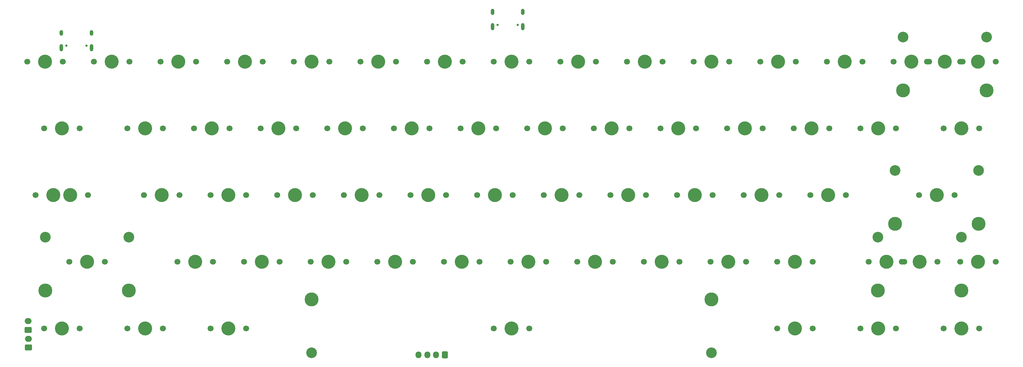
<source format=gbr>
%TF.GenerationSoftware,KiCad,Pcbnew,8.99.0-2230-g1cc11bc589*%
%TF.CreationDate,2024-09-07T16:13:30+07:00*%
%TF.ProjectId,Azimuth_PCB,417a696d-7574-4685-9f50-43422e6b6963,rev?*%
%TF.SameCoordinates,Original*%
%TF.FileFunction,Soldermask,Top*%
%TF.FilePolarity,Negative*%
%FSLAX46Y46*%
G04 Gerber Fmt 4.6, Leading zero omitted, Abs format (unit mm)*
G04 Created by KiCad (PCBNEW 8.99.0-2230-g1cc11bc589) date 2024-09-07 16:13:30*
%MOMM*%
%LPD*%
G01*
G04 APERTURE LIST*
G04 Aperture macros list*
%AMRoundRect*
0 Rectangle with rounded corners*
0 $1 Rounding radius*
0 $2 $3 $4 $5 $6 $7 $8 $9 X,Y pos of 4 corners*
0 Add a 4 corners polygon primitive as box body*
4,1,4,$2,$3,$4,$5,$6,$7,$8,$9,$2,$3,0*
0 Add four circle primitives for the rounded corners*
1,1,$1+$1,$2,$3*
1,1,$1+$1,$4,$5*
1,1,$1+$1,$6,$7*
1,1,$1+$1,$8,$9*
0 Add four rect primitives between the rounded corners*
20,1,$1+$1,$2,$3,$4,$5,0*
20,1,$1+$1,$4,$5,$6,$7,0*
20,1,$1+$1,$6,$7,$8,$9,0*
20,1,$1+$1,$8,$9,$2,$3,0*%
G04 Aperture macros list end*
%ADD10C,1.700000*%
%ADD11C,4.000000*%
%ADD12RoundRect,0.250000X0.750000X-0.600000X0.750000X0.600000X-0.750000X0.600000X-0.750000X-0.600000X0*%
%ADD13O,2.000000X1.700000*%
%ADD14C,3.048000*%
%ADD15C,3.987800*%
%ADD16RoundRect,0.250000X0.600000X0.725000X-0.600000X0.725000X-0.600000X-0.725000X0.600000X-0.725000X0*%
%ADD17O,1.700000X1.950000*%
%ADD18C,0.650000*%
%ADD19O,1.000000X1.800000*%
%ADD20O,1.000000X2.100000*%
%ADD21O,1.000000X1.600000*%
G04 APERTURE END LIST*
D10*
%TO.C,SW13*%
X456852500Y-333800000D03*
D11*
X461932500Y-333800000D03*
D10*
X467012500Y-333800000D03*
%TD*%
%TO.C,SW5*%
X304452500Y-333800000D03*
D11*
X309532500Y-333800000D03*
D10*
X314612500Y-333800000D03*
%TD*%
%TO.C,SW32*%
X299690000Y-371900000D03*
D11*
X304770000Y-371900000D03*
D10*
X309850000Y-371900000D03*
%TD*%
%TO.C,SW16*%
X256827500Y-352850000D03*
D11*
X261907500Y-352850000D03*
D10*
X266987500Y-352850000D03*
%TD*%
%TO.C,SW37*%
X394940000Y-371900000D03*
D11*
X400020000Y-371900000D03*
D10*
X405100000Y-371900000D03*
%TD*%
%TO.C,SW49*%
X366365000Y-390950000D03*
D11*
X371445000Y-390950000D03*
D10*
X376525000Y-390950000D03*
%TD*%
%TO.C,SW62*%
X490190500Y-410000000D03*
D11*
X495270500Y-410000000D03*
D10*
X500350500Y-410000000D03*
%TD*%
%TO.C,SW38*%
X413990000Y-371900000D03*
D11*
X419070000Y-371900000D03*
D10*
X424150000Y-371900000D03*
%TD*%
%TO.C,SW15*%
X233015500Y-352850000D03*
D11*
X238095500Y-352850000D03*
D10*
X243175500Y-352850000D03*
%TD*%
D12*
%TO.C,SWboot2*%
X228475000Y-410450000D03*
D13*
X228475000Y-407950000D03*
%TD*%
D10*
%TO.C,SW60*%
X442565500Y-410000000D03*
D11*
X447645500Y-410000000D03*
D10*
X452725500Y-410000000D03*
%TD*%
%TO.C,SW47*%
X328265000Y-390950000D03*
D11*
X333345000Y-390950000D03*
D10*
X338425000Y-390950000D03*
%TD*%
%TO.C,SW54*%
X468759000Y-390950000D03*
D11*
X473839000Y-390950000D03*
D10*
X478919000Y-390950000D03*
%TD*%
%TO.C,SW29*%
X235396500Y-371900000D03*
D11*
X240476500Y-371900000D03*
D10*
X245556500Y-371900000D03*
%TD*%
%TO.C,SW40*%
X452090000Y-371900000D03*
D11*
X457170000Y-371900000D03*
D10*
X462250000Y-371900000D03*
%TD*%
%TO.C,SW25*%
X428277500Y-352850000D03*
D11*
X433357500Y-352850000D03*
D10*
X438437500Y-352850000D03*
%TD*%
%TO.C,SW20*%
X333027500Y-352850000D03*
D11*
X338107500Y-352850000D03*
D10*
X343187500Y-352850000D03*
%TD*%
%TO.C,SW53*%
X442565000Y-390950000D03*
D11*
X447645000Y-390950000D03*
D10*
X452725000Y-390950000D03*
%TD*%
%TO.C,SW2*%
X247302500Y-333800000D03*
D11*
X252382500Y-333800000D03*
D10*
X257462500Y-333800000D03*
%TD*%
%TO.C,SW36*%
X375890000Y-371900000D03*
D11*
X380970000Y-371900000D03*
D10*
X386050000Y-371900000D03*
%TD*%
%TO.C,SW9*%
X380652500Y-333800000D03*
D11*
X385732500Y-333800000D03*
D10*
X390812500Y-333800000D03*
%TD*%
%TO.C,SW6*%
X323502500Y-333800000D03*
D11*
X328582500Y-333800000D03*
D10*
X333662500Y-333800000D03*
%TD*%
%TO.C,SW17*%
X275877500Y-352850000D03*
D11*
X280957500Y-352850000D03*
D10*
X286037500Y-352850000D03*
%TD*%
%TO.C,SW28*%
X490190500Y-352850000D03*
D11*
X495270500Y-352850000D03*
D10*
X500350500Y-352850000D03*
%TD*%
D14*
%TO.C,SW2001*%
X471426000Y-383965000D03*
D15*
X471426000Y-399205000D03*
D10*
X478284000Y-390950000D03*
D11*
X483364000Y-390950000D03*
D10*
X488444000Y-390950000D03*
D14*
X495302000Y-383965000D03*
D15*
X495302000Y-399205000D03*
%TD*%
D10*
%TO.C,SW39*%
X433040000Y-371900000D03*
D11*
X438120000Y-371900000D03*
D10*
X443200000Y-371900000D03*
%TD*%
%TO.C,SW23*%
X390177500Y-352850000D03*
D11*
X395257500Y-352850000D03*
D10*
X400337500Y-352850000D03*
%TD*%
D15*
%TO.C,SW59*%
X309532500Y-401740000D03*
D14*
X309532500Y-416980000D03*
D10*
X361602500Y-409995000D03*
D11*
X366682500Y-409995000D03*
D10*
X371762500Y-409995000D03*
D15*
X423832500Y-401740000D03*
D14*
X423832500Y-416980000D03*
%TD*%
D10*
%TO.C,SW58*%
X280640500Y-410000000D03*
D11*
X285720500Y-410000000D03*
D10*
X290800500Y-410000000D03*
%TD*%
%TO.C,SW61*%
X466377500Y-410000000D03*
D11*
X471457500Y-410000000D03*
D10*
X476537500Y-410000000D03*
%TD*%
%TO.C,SW12*%
X437802500Y-333800000D03*
D11*
X442882500Y-333800000D03*
D10*
X447962500Y-333800000D03*
%TD*%
%TO.C,SW34*%
X337790000Y-371900000D03*
D11*
X342870000Y-371900000D03*
D10*
X347950000Y-371900000D03*
%TD*%
%TO.C,SW21*%
X352077500Y-352850000D03*
D11*
X357157500Y-352850000D03*
D10*
X362237500Y-352850000D03*
%TD*%
D14*
%TO.C,SW2000*%
X478569500Y-326815000D03*
D15*
X478569500Y-342055000D03*
D10*
X485427500Y-333800000D03*
D11*
X490507500Y-333800000D03*
D10*
X495587500Y-333800000D03*
D14*
X502445500Y-326815000D03*
D15*
X502445500Y-342055000D03*
%TD*%
D10*
%TO.C,SW18*%
X294927500Y-352850000D03*
D11*
X300007500Y-352850000D03*
D10*
X305087500Y-352850000D03*
%TD*%
%TO.C,SW27*%
X466377500Y-352850000D03*
D11*
X471457500Y-352850000D03*
D10*
X476537500Y-352850000D03*
%TD*%
%TO.C,SW10*%
X399702500Y-333800000D03*
D11*
X404782500Y-333800000D03*
D10*
X409862500Y-333800000D03*
%TD*%
%TO.C,SW51*%
X404465000Y-390950000D03*
D11*
X409545000Y-390950000D03*
D10*
X414625000Y-390950000D03*
%TD*%
%TO.C,SW2002*%
X230633500Y-371900000D03*
D11*
X235713500Y-371900000D03*
D10*
X240793500Y-371900000D03*
%TD*%
%TO.C,SW19*%
X313977500Y-352850000D03*
D11*
X319057500Y-352850000D03*
D10*
X324137500Y-352850000D03*
%TD*%
%TO.C,SW48*%
X347315000Y-390950000D03*
D11*
X352395000Y-390950000D03*
D10*
X357475000Y-390950000D03*
%TD*%
%TO.C,SW35*%
X356840000Y-371900000D03*
D11*
X361920000Y-371900000D03*
D10*
X367000000Y-371900000D03*
%TD*%
%TO.C,SW22*%
X371127500Y-352850000D03*
D11*
X376207500Y-352850000D03*
D10*
X381287500Y-352850000D03*
%TD*%
D14*
%TO.C,SW41*%
X476262600Y-364915000D03*
D15*
X476262600Y-380155000D03*
D10*
X483120600Y-371900000D03*
D11*
X488200600Y-371900000D03*
D10*
X493280600Y-371900000D03*
D14*
X500138600Y-364915000D03*
D15*
X500138600Y-380155000D03*
%TD*%
D10*
%TO.C,SW14*%
X475902500Y-333800000D03*
D11*
X480982500Y-333800000D03*
D10*
X486062500Y-333800000D03*
%TD*%
%TO.C,SW52*%
X423515000Y-390950000D03*
D11*
X428595000Y-390950000D03*
D10*
X433675000Y-390950000D03*
%TD*%
%TO.C,SW44*%
X271115000Y-390950000D03*
D11*
X276195000Y-390950000D03*
D10*
X281275000Y-390950000D03*
%TD*%
%TO.C,SW31*%
X280640000Y-371900000D03*
D11*
X285720000Y-371900000D03*
D10*
X290800000Y-371900000D03*
%TD*%
%TO.C,SW24*%
X409227500Y-352850000D03*
D11*
X414307500Y-352850000D03*
D10*
X419387500Y-352850000D03*
%TD*%
%TO.C,SW50*%
X385415000Y-390950000D03*
D11*
X390495000Y-390950000D03*
D10*
X395575000Y-390950000D03*
%TD*%
D14*
%TO.C,SW43*%
X233375100Y-383965000D03*
D15*
X233375100Y-399205000D03*
D10*
X240233100Y-390950000D03*
D11*
X245313100Y-390950000D03*
D10*
X250393100Y-390950000D03*
D14*
X257251100Y-383965000D03*
D15*
X257251100Y-399205000D03*
%TD*%
D12*
%TO.C,SWboot1*%
X228540000Y-415475000D03*
D13*
X228540000Y-412975000D03*
%TD*%
D10*
%TO.C,SW42*%
X494952500Y-333800000D03*
D11*
X500032500Y-333800000D03*
D10*
X505112500Y-333800000D03*
%TD*%
%TO.C,SW33*%
X318740000Y-371900000D03*
D11*
X323820000Y-371900000D03*
D10*
X328900000Y-371900000D03*
%TD*%
%TO.C,SW56*%
X233015500Y-410000000D03*
D11*
X238095500Y-410000000D03*
D10*
X243175500Y-410000000D03*
%TD*%
%TO.C,SW11*%
X418752500Y-333800000D03*
D11*
X423832500Y-333800000D03*
D10*
X428912500Y-333800000D03*
%TD*%
%TO.C,SW8*%
X361602500Y-333800000D03*
D11*
X366682500Y-333800000D03*
D10*
X371762500Y-333800000D03*
%TD*%
%TO.C,SW26*%
X447327500Y-352850000D03*
D11*
X452407500Y-352850000D03*
D10*
X457487500Y-352850000D03*
%TD*%
%TO.C,SW4*%
X285402500Y-333800000D03*
D11*
X290482500Y-333800000D03*
D10*
X295562500Y-333800000D03*
%TD*%
D16*
%TO.C,J2*%
X347590000Y-417560000D03*
D17*
X345090000Y-417560000D03*
X342590000Y-417560000D03*
X340090000Y-417560000D03*
%TD*%
D10*
%TO.C,SW3*%
X266352500Y-333800000D03*
D11*
X271432500Y-333800000D03*
D10*
X276512500Y-333800000D03*
%TD*%
%TO.C,SW57*%
X256827500Y-410000000D03*
D11*
X261907500Y-410000000D03*
D10*
X266987500Y-410000000D03*
%TD*%
%TO.C,SW30*%
X261590000Y-371900000D03*
D11*
X266670000Y-371900000D03*
D10*
X271750000Y-371900000D03*
%TD*%
%TO.C,SW45*%
X290165000Y-390950000D03*
D11*
X295245000Y-390950000D03*
D10*
X300325000Y-390950000D03*
%TD*%
%TO.C,SW55*%
X494952500Y-390950000D03*
D11*
X500032500Y-390950000D03*
D10*
X505112500Y-390950000D03*
%TD*%
%TO.C,SW7*%
X342552500Y-333800000D03*
D11*
X347632500Y-333800000D03*
D10*
X352712500Y-333800000D03*
%TD*%
%TO.C,SW46*%
X309215000Y-390950000D03*
D11*
X314295000Y-390950000D03*
D10*
X319375000Y-390950000D03*
%TD*%
%TO.C,SW1*%
X228252500Y-333800000D03*
D11*
X233332500Y-333800000D03*
D10*
X238412500Y-333800000D03*
%TD*%
D18*
%TO.C,J4*%
X362670000Y-323300000D03*
X368450000Y-323300000D03*
D19*
X361240000Y-319620000D03*
D20*
X361240000Y-323800000D03*
D19*
X369880000Y-319620000D03*
D20*
X369880000Y-323800000D03*
%TD*%
D18*
%TO.C,J4*%
X239400000Y-329290000D03*
X245180000Y-329290000D03*
D21*
X237970000Y-325640000D03*
D20*
X237970000Y-329820000D03*
D21*
X246610000Y-325640000D03*
D20*
X246610000Y-329820000D03*
%TD*%
M02*

</source>
